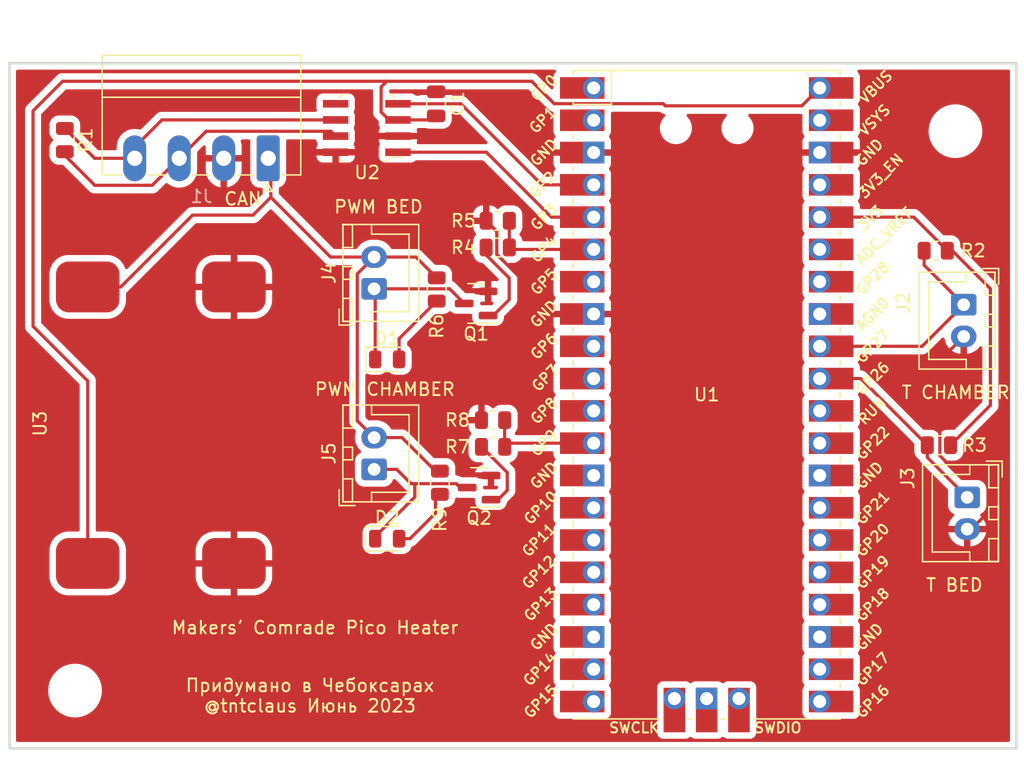
<source format=kicad_pcb>
(kicad_pcb (version 20211014) (generator pcbnew)
  (layers (0 "F.Cu" signal) (31 "B.Cu" signal) (34 "B.Paste" user) (35 "F.Paste" user) (36 "B.SilkS" user "B.Silkscreen") (37 "F.SilkS" user "F.Silkscreen") (38 "B.Mask" user) (39 "F.Mask" user) (44 "Edge.Cuts" user))
  (net 0 "")
  (net 1 "+24V")
  (net 2 "GND")
  (net 3 "+5V")
  (net 4 "+3V3")
  (net 5 "Net-(D1-Pad1)")
  (net 6 "Net-(D1-Pad2)")
  (net 7 "Net-(D2-Pad1)")
  (net 8 "Net-(D2-Pad2)")
  (net 9 "/L")
  (net 10 "/H")
  (net 11 "/T CHAMBER")
  (net 12 "/T BED")
  (net 13 "Net-(Q1-Pad1)")
  (net 14 "Net-(Q2-Pad1)")
  (net 15 "/PWM BED")
  (net 16 "/PWM CHAMBER")
  (net 17 "/CAN_TX")
  (net 18 "/CAN_RX")
  (footprint "Resistor_SMD:R_0805_2012Metric" (layer "F.Cu") (at 101.8 68.75 180)
    (fp_text reference "R3" (at -2.8 0) (layer "F.SilkS"))
    (fp_text value "4.7k")
    (fp_line (start -0.227064 0.735) (end 0.227064 0.735) (layer "F.SilkS") (width 0.12))
    (fp_line (start -0.227064 -0.735) (end 0.227064 -0.735) (layer "F.SilkS") (width 0.12))
    (pad "1" smd roundrect (at -0.9125 0 180) (size 1.025 1.4) (layers "F.Cu" "F.Paste" "F.Mask") (roundrect_rratio 0.243902) (net 4 "+3V3"))
    (pad "2" smd roundrect (at 0.9125 0 180) (size 1.025 1.4) (layers "F.Cu" "F.Paste" "F.Mask") (roundrect_rratio 0.243902) (net 12 "/T BED"))
  )
  (footprint "MCU_RaspberryPi_and_Boards:RPi_Pico_SMD_TH" (layer "F.Cu") (at 83.535 64.78)
    (fp_text reference "U1" (at 0 0) (layer "F.SilkS"))
    (fp_text value "Pico")
    (fp_text user "GND" (at -12.8 19.05 45) (layer "F.SilkS") (effects (font (size 0.8 0.8))))
    (fp_text user "SWDIO" (at 5.6 26.2) (layer "F.SilkS") (effects (font (size 0.8 0.8))))
    (fp_text user "GP4" (at -12.8 -11.43 45) (layer "F.SilkS") (effects (font (size 0.8 0.8))))
    (fp_text user "GP8" (at -12.8 1.27 45) (layer "F.SilkS") (effects (font (size 0.8 0.8))))
    (fp_text user "GP14" (at -13.1 21.59 45) (layer "F.SilkS") (effects (font (size 0.8 0.8))))
    (fp_text user "GP27" (at 13.054 -3.8 45) (layer "F.SilkS") (effects (font (size 0.8 0.8))))
    (fp_text user "ADC_VREF" (at 14 -12.5 45) (layer "F.SilkS") (effects (font (size 0.8 0.8))))
    (fp_text user "GND" (at -12.8 -6.35 45) (layer "F.SilkS") (effects (font (size 0.8 0.8))))
    (fp_text user "GP18" (at 13.054 16.51 45) (layer "F.SilkS") (effects (font (size 0.8 0.8))))
    (fp_text user "GP3" (at -12.8 -13.97 45) (layer "F.SilkS") (effects (font (size 0.8 0.8))))
    (fp_text user "RUN" (at 13 1.27 45) (layer "F.SilkS") (effects (font (size 0.8 0.8))))
    (fp_text user "GP26" (at 13.054 -1.27 45) (layer "F.SilkS") (effects (font (size 0.8 0.8))))
    (fp_text user "GND" (at 12.8 19.05 45) (layer "F.SilkS") (effects (font (size 0.8 0.8))))
    (fp_text user "GND" (at 12.8 -19.05 45) (layer "F.SilkS") (effects (font (size 0.8 0.8))))
    (fp_text user "GP2" (at -12.9 -16.51 45) (layer "F.SilkS") (effects (font (size 0.8 0.8))))
    (fp_text user "GP12" (at -13.2 13.97 45) (layer "F.SilkS") (effects (font (size 0.8 0.8))))
    (fp_text user "GP22" (at 13.054 3.81 45) (layer "F.SilkS") (effects (font (size 0.8 0.8))))
    (fp_text user "GP6" (at -12.8 -3.81 45) (layer "F.SilkS") (effects (font (size 0.8 0.8))))
    (fp_text user "GP7" (at -12.7 -1.3 45) (layer "F.SilkS") (effects (font (size 0.8 0.8))))
    (fp_text user "GP0" (at -12.8 -24.13 45) (layer "F.SilkS") (effects (font (size 0.8 0.8))))
    (fp_text user "GP19" (at 13.054 13.97 45) (layer "F.SilkS") (effects (font (size 0.8 0.8))))
    (fp_text user "GP9" (at -12.8 3.81 45) (layer "F.SilkS") (effects (font (size 0.8 0.8))))
    (fp_text user "GP10" (at -13.054 8.89 45) (layer "F.SilkS") (effects (font (size 0.8 0.8))))
    (fp_text user "3V3_EN" (at 13.7 -17.2 45) (layer "F.SilkS") (effects (font (size 0.8 0.8))))
    (fp_text user "SWCLK" (at -5.7 26.2) (layer "F.SilkS") (effects (font (size 0.8 0.8))))
    (fp_text user "VBUS" (at 13.3 -24.2 45) (layer "F.SilkS") (effects (font (size 0.8 0.8))))
    (fp_text user "GP15" (at -13.054 24.13 45) (layer "F.SilkS") (effects (font (size 0.8 0.8))))
    (fp_text user "GP1" (at -12.9 -21.6 45) (layer "F.SilkS") (effects (font (size 0.8 0.8))))
    (fp_text user "3V3" (at 12.9 -13.9 45) (layer "F.SilkS") (effects (font (size 0.8 0.8))))
    (fp_text user "GP13" (at -13.054 16.51 45) (layer "F.SilkS") (effects (font (size 0.8 0.8))))
    (fp_text user "GP11" (at -13.2 11.43 45) (layer "F.SilkS") (effects (font (size 0.8 0.8))))
    (fp_text user "GP5" (at -12.8 -8.89 45) (layer "F.SilkS") (effects (font (size 0.8 0.8))))
    (fp_text user "GP21" (at 13.054 8.9 45) (layer "F.SilkS") (effects (font (size 0.8 0.8))))
    (fp_text user "GP20" (at 13.054 11.43 45) (layer "F.SilkS") (effects (font (size 0.8 0.8))))
    (fp_text user "GP17" (at 13.054 21.59 45) (layer "F.SilkS") (effects (font (size 0.8 0.8))))
    (fp_text user "GP16" (at 13.054 24.13 45) (layer "F.SilkS") (effects (font (size 0.8 0.8))))
    (fp_text user "GP28" (at 13.054 -9.144 45) (layer "F.SilkS") (effects (font (size 0.8 0.8))))
    (fp_text user "GND" (at 12.8 6.35 45) (layer "F.SilkS") (effects (font (size 0.8 0.8))))
    (fp_text user "GND" (at -12.8 -19.05 45) (layer "F.SilkS") (effects (font (size 0.8 0.8))))
    (fp_text user "GND" (at -12.8 6.35 45) (layer "F.SilkS") (effects (font (size 0.8 0.8))))
    (fp_text user "AGND" (at 13.054 -6.35 45) (layer "F.SilkS") (effects (font (size 0.8 0.8))))
    (fp_text user "VSYS" (at 13.2 -21.59 45) (layer "F.SilkS") (effects (font (size 0.8 0.8))))
    (fp_line (start -1.5 25.5) (end -1.1 25.5) (layer "F.SilkS") (width 0.12))
    (fp_line (start -10.5 22.7) (end -10.5 23.1) (layer "F.SilkS") (width 0.12))
    (fp_line (start 10.5 -2.7) (end 10.5 -2.3) (layer "F.SilkS") (width 0.12))
    (fp_line (start -10.5 -25.5) (end -10.5 -25.2) (layer "F.SilkS") (width 0.12))
    (fp_line (start 10.5 4.9) (end 10.5 5.3) (layer "F.SilkS") (width 0.12))
    (fp_line (start 1.1 25.5) (end 1.5 25.5) (layer "F.SilkS") (width 0.12))
    (fp_line (start 10.5 -25.5) (end 10.5 -25.2) (layer "F.SilkS") (width 0.12))
    (fp_line (start -10.5 -5.3) (end -10.5 -4.9) (layer "F.SilkS") (width 0.12))
    (fp_line (start -10.5 10) (end -10.5 10.4) (layer "F.SilkS") (width 0.12))
    (fp_line (start 10.5 -12.9) (end 10.5 -12.5) (layer "F.SilkS") (width 0.12))
    (fp_line (start -3.7 25.5) (end -10.5 25.5) (layer "F.SilkS") (width 0.12))
    (fp_line (start 10.5 -7.8) (end 10.5 -7.4) (layer "F.SilkS") (width 0.12))
    (fp_line (start -10.5 -22.833) (end -7.493 -22.833) (layer "F.SilkS") (width 0.12))
    (fp_line (start 10.5 12.5) (end 10.5 12.9) (layer "F.SilkS") (width 0.12))
    (fp_line (start -10.5 -25.5) (end 10.5 -25.5) (layer "F.SilkS") (width 0.12))
    (fp_line (start -10.5 20.1) (end -10.5 20.5) (layer "F.SilkS") (width 0.12))
    (fp_line (start 10.5 10) (end 10.5 10.4) (layer "F.SilkS") (width 0.12))
    (fp_line (start 10.5 7.4) (end 10.5 7.8) (layer "F.SilkS") (width 0.12))
    (fp_line (start 10.5 15.1) (end 10.5 15.5) (layer "F.SilkS") (width 0.12))
    (fp_line (start -10.5 -20.5) (end -10.5 -20.1) (layer "F.SilkS") (width 0.12))
    (fp_line (start -10.5 15.1) (end -10.5 15.5) (layer "F.SilkS") (width 0.12))
    (fp_line (start 10.5 17.6) (end 10.5 18) (layer "F.SilkS") (width 0.12))
    (fp_line (start -10.5 17.6) (end -10.5 18) (layer "F.SilkS") (width 0.12))
    (fp_line (start -10.5 7.4) (end -10.5 7.8) (layer "F.SilkS") (width 0.12))
    (fp_line (start 10.5 -5.3) (end 10.5 -4.9) (layer "F.SilkS") (width 0.12))
    (fp_line (start 10.5 20.1) (end 10.5 20.5) (layer "F.SilkS") (width 0.12))
    (fp_line (start 10.5 22.7) (end 10.5 23.1) (layer "F.SilkS") (width 0.12))
    (fp_line (start 10.5 -18) (end 10.5 -17.6) (layer "F.SilkS") (width 0.12))
    (fp_line (start 10.5 -15.4) (end 10.5 -15) (layer "F.SilkS") (width 0.12))
    (fp_line (start -10.5 -23.1) (end -10.5 -22.7) (layer "F.SilkS") (width 0.12))
    (fp_line (start -10.5 -12.9) (end -10.5 -12.5) (layer "F.SilkS") (width 0.12))
    (fp_line (start -10.5 -2.7) (end -10.5 -2.3) (layer "F.SilkS") (width 0.12))
    (fp_line (start -10.5 -18) (end -10.5 -17.6) (layer "F.SilkS") (width 0.12))
    (fp_line (start -10.5 -10.4) (end -10.5 -10) (layer "F.SilkS") (width 0.12))
    (fp_line (start -10.5 -15.4) (end -10.5 -15) (layer "F.SilkS") (width 0.12))
    (fp_line (start 10.5 -10.4) (end 10.5 -10) (layer "F.SilkS") (width 0.12))
    (fp_line (start 10.5 -0.2) (end 10.5 0.2) (layer "F.SilkS") (width 0.12))
    (fp_line (start -10.5 12.5) (end -10.5 12.9) (layer "F.SilkS") (width 0.12))
    (fp_line (start 10.5 -20.5) (end 10.5 -20.1) (layer "F.SilkS") (width 0.12))
    (fp_line (start 10.5 25.5) (end 3.7 25.5) (layer "F.SilkS") (width 0.12))
    (fp_line (start -10.5 2.3) (end -10.5 2.7) (layer "F.SilkS") (width 0.12))
    (fp_line (start 10.5 -23.1) (end 10.5 -22.7) (layer "F.SilkS") (width 0.12))
    (fp_line (start -7.493 -22.833) (end -7.493 -25.5) (layer "F.SilkS") (width 0.12))
    (fp_line (start -10.5 4.9) (end -10.5 5.3) (layer "F.SilkS") (width 0.12))
    (fp_line (start -10.5 -0.2) (end -10.5 0.2) (layer "F.SilkS") (width 0.12))
    (fp_line (start 10.5 2.3) (end 10.5 2.7) (layer "F.SilkS") (width 0.12))
    (fp_line (start -10.5 -7.8) (end -10.5 -7.4) (layer "F.SilkS") (width 0.12))
    (pad "" np_thru_hole oval (at -2.425 -20.97) (size 1.5 1.5) (drill 1.5) (layers *.Cu *.Mask))
    (pad "" np_thru_hole oval (at 2.425 -20.97) (size 1.5 1.5) (drill 1.5) (layers *.Cu *.Mask))
    (pad "" np_thru_hole oval (at -2.725 -24) (size 1.8 1.8) (drill 1.8) (layers *.Cu *.Mask))
    (pad "" np_thru_hole oval (at 2.725 -24) (size 1.8 1.8) (drill 1.8) (layers *.Cu *.Mask))
    (pad "1" thru_hole oval (at -8.89 -24.13) (size 1.7 1.7) (drill 1.02) (layers *.Cu *.Mask))
    (pad "1" smd rect (at -8.89 -24.13) (size 3.5 1.7) (drill (offset -0.9 0)) (layers "F.Cu" "F.Mask"))
    (pad "2" smd rect (at -8.89 -21.59) (size 3.5 1.7) (drill (offset -0.9 0)) (layers "F.Cu" "F.Mask"))
    (pad "2" thru_hole oval (at -8.89 -21.59) (size 1.7 1.7) (drill 1.02) (layers *.Cu *.Mask))
    (pad "3" thru_hole rect (at -8.89 -19.05) (size 1.7 1.7) (drill 1.02) (layers *.Cu *.Mask) (net 2 "GND"))
    (pad "3" smd rect (at -8.89 -19.05) (size 3.5 1.7) (drill (offset -0.9 0)) (layers "F.Cu" "F.Mask") (net 2 "GND"))
    (pad "4" smd rect (at -8.89 -16.51) (size 3.5 1.7) (drill (offset -0.9 0)) (layers "F.Cu" "F.Mask") (net 18 "/CAN_RX"))
    (pad "4" thru_hole oval (at -8.89 -16.51) (size 1.7 1.7) (drill 1.02) (layers *.Cu *.Mask) (net 18 "/CAN_RX"))
    (pad "5" thru_hole oval (at -8.89 -13.97) (size 1.7 1.7) (drill 1.02) (layers *.Cu *.Mask) (net 17 "/CAN_TX"))
    (pad "5" smd rect (at -8.89 -13.97) (size 3.5 1.7) (drill (offset -0.9 0)) (layers "F.Cu" "F.Mask") (net 17 "/CAN_TX"))
    (pad "6" smd rect (at -8.89 -11.43) (size 3.5 1.7) (drill (offset -0.9 0)) (layers "F.Cu" "F.Mask") (net 15 "/PWM BED"))
    (pad "6" thru_hole oval (at -8.89 -11.43) (size 1.7 1.7) (drill 1.02) (layers *.Cu *.Mask) (net 15 "/PWM BED"))
    (pad "7" smd rect (at -8.89 -8.89) (size 3.5 1.7) (drill (offset -0.9 0)) (layers "F.Cu" "F.Mask"))
    (pad "7" thru_hole oval (at -8.89 -8.89) (size 1.7 1.7) (drill 1.02) (layers *.Cu *.Mask))
    (pad "8" smd rect (at -8.89 -6.35) (size 3.5 1.7) (drill (offset -0.9 0)) (layers "F.Cu" "F.Mask") (net 2 "GND"))
    (pad "8" thru_hole rect (at -8.89 -6.35) (size 1.7 1.7) (drill 1.02) (layers *.Cu *.Mask) (net 2 "GND"))
    (pad "9" thru_hole oval (at -8.89 -3.81) (size 1.7 1.7) (drill 1.02) (layers *.Cu *.Mask))
    (pad "9" smd rect (at -8.89 -3.81) (size 3.5 1.7) (drill (offset -0.9 0)) (layers "F.Cu" "F.Mask"))
    (pad "10" smd rect (at -8.89 -1.27) (size 3.5 1.7) (drill (offset -0.9 0)) (layers "F.Cu" "F.Mask"))
    (pad "10" thru_hole oval (at -8.89 -1.27) (size 1.7 1.7) (drill 1.02) (layers *.Cu *.Mask))
    (pad "11" smd rect (at -8.89 1.27) (size 3.5 1.7) (drill (offset -0.9 0)) (layers "F.Cu" "F.Mask"))
    (pad "11" thru_hole oval (at -8.89 1.27) (size 1.7 1.7) (drill 1.02) (layers *.Cu *.Mask))
    (pad "12" thru_hole oval (at -8.89 3.81) (size 1.7 1.7) (drill 1.02) (layers *.Cu *.Mask) (net 16 "/PWM CHAMBER"))
    (pad "12" smd rect (at -8.89 3.81) (size 3.5 1.7) (drill (offset -0.9 0)) (layers "F.Cu" "F.Mask") (net 16 "/PWM CHAMBER"))
    (pad "13" smd rect (at -8.89 6.35) (size 3.5 1.7) (drill (offset -0.9 0)) (layers "F.Cu" "F.Mask"))
    (pad "13" thru_hole rect (at -8.89 6.35) (size 1.7 1.7) (drill 1.02) (layers *.Cu *.Mask))
    (pad "14" smd rect (at -8.89 8.89) (size 3.5 1.7) (drill (offset -0.9 0)) (layers "F.Cu" "F.Mask"))
    (pad "14" thru_hole oval (at -8.89 8.89) (size 1.7 1.7) (drill 1.02) (layers *.Cu *.Mask))
    (pad "15" smd rect (at -8.89 11.43) (size 3.5 1.7) (drill (offset -0.9 0)) (layers "F.Cu" "F.Mask"))
    (pad "15" thru_hole oval (at -8.89 11.43) (size 1.7 1.7) (drill 1.02) (layers *.Cu *.Mask))
    (pad "16" smd rect (at -8.89 13.97) (size 3.5 1.7) (drill (offset -0.9 0)) (layers "F.Cu" "F.Mask"))
    (pad "16" thru_hole oval (at -8.89 13.97) (size 1.7 1.7) (drill 1.02) (layers *.Cu *.Mask))
    (pad "17" thru_hole oval (at -8.89 16.51) (size 1.7 1.7) (drill 1.02) (layers *.Cu *.Mask))
    (pad "17" smd rect (at -8.89 16.51) (size 3.5 1.7) (drill (offset -0.9 0)) (layers "F.Cu" "F.Mask"))
    (pad "18" thru_hole rect (at -8.89 19.05) (size 1.7 1.7) (drill 1.02) (layers *.Cu *.Mask))
    (pad "18" smd rect (at -8.89 19.05) (size 3.5 1.7) (drill (offset -0.9 0)) (layers "F.Cu" "F.Mask"))
    (pad "19" thru_hole oval (at -8.89 21.59) (size 1.7 1.7) (drill 1.02) (layers *.Cu *.Mask))
    (pad "19" smd rect (at -8.89 21.59) (size 3.5 1.7) (drill (offset -0.9 0)) (layers "F.Cu" "F.Mask"))
    (pad "20" thru_hole oval (at -8.89 24.13) (size 1.7 1.7) (drill 1.02) (layers *.Cu *.Mask))
    (pad "20" smd rect (at -8.89 24.13) (size 3.5 1.7) (drill (offset -0.9 0)) (layers "F.Cu" "F.Mask"))
    (pad "21" smd rect (at 8.89 24.13) (size 3.5 1.7) (drill (offset 0.9 0)) (layers "F.Cu" "F.Mask"))
    (pad "21" thru_hole oval (at 8.89 24.13) (size 1.7 1.7) (drill 1.02) (layers *.Cu *.Mask))
    (pad "22" thru_hole oval (at 8.89 21.59) (size 1.7 1.7) (drill 1.02) (layers *.Cu *.Mask))
    (pad "22" smd rect (at 8.89 21.59) (size 3.5 1.7) (drill (offset 0.9 0)) (layers "F.Cu" "F.Mask"))
    (pad "23" thru_hole rect (at 8.89 19.05) (size 1.7 1.7) (drill 1.02) (layers *.Cu *.Mask))
    (pad "23" smd rect (at 8.89 19.05) (size 3.5 1.7) (drill (offset 0.9 0)) (layers "F.Cu" "F.Mask"))
    (pad "24" smd rect (at 8.89 16.51) (size 3.5 1.7) (drill (offset 0.9 0)) (layers "F.Cu" "F.Mask"))
    (pad "24" thru_hole oval (at 8.89 16.51) (size 1.7 1.7) (drill 1.02) (layers *.Cu *.Mask))
    (pad "25" smd rect (at 8.89 13.97) (size 3.5 1.7) (drill (offset 0.9 0)) (layers "F.Cu" "F.Mask"))
    (pad "25" thru_hole oval (at 8.89 13.97) (size 1.7 1.7) (drill 1.02) (layers *.Cu *.Mask))
    (pad "26" smd rect (at 8.89 11.43) (size 3.5 1.7) (drill (offset 0.9 0)) (layers "F.Cu" "F.Mask"))
    (pad "26" thru_hole oval (at 8.89 11.43) (size 1.7 1.7) (drill 1.02) (layers *.Cu *.Mask))
    (pad "27" thru_hole oval (at 8.89 8.89) (size 1.7 1.7) (drill 1.02) (layers *.Cu *.Mask))
    (pad "27" smd rect (at 8.89 8.89) (size 3.5 1.7) (drill (offset 0.9 0)) (layers "F.Cu" "F.Mask"))
    (pad "28" thru_hole rect (at 8.89 6.35) (size 1.7 1.7) (drill 1.02) (layers *.Cu *.Mask))
    (pad "28" smd rect (at 8.89 6.35) (size 3.5 1.7) (drill (offset 0.9 0)) (layers "F.Cu" "F.Mask"))
    (pad "29" thru_hole oval (at 8.89 3.81) (size 1.7 1.7) (drill 1.02) (layers *.Cu *.Mask))
    (pad "29" smd rect (at 8.89 3.81) (size 3.5 1.7) (drill (offset 0.9 0)) (layers "F.Cu" "F.Mask"))
    (pad "30" thru_hole oval (at 8.89 1.27) (size 1.7 1.7) (drill 1.02) (layers *.Cu *.Mask))
    (pad "30" smd rect (at 8.89 1.27) (size 3.5 1.7) (drill (offset 0.9 0)) (layers "F.Cu" "F.Mask"))
    (pad "31" thru_hole oval (at 8.89 -1.27) (size 1.7 1.7) (drill 1.02) (layers *.Cu *.Mask) (net 12 "/T BED"))
    (pad "31" smd rect (at 8.89 -1.27) (size 3.5 1.7) (drill (offset 0.9 0)) (layers "F.Cu" "F.Mask") (net 12 "/T BED"))
    (pad "32" smd rect (at 8.89 -3.81) (size 3.5 1.7) (drill (offset 0.9 0)) (layers "F.Cu" "F.Mask") (net 11 "/T CHAMBER"))
    (pad "32" thru_hole oval (at 8.89 -3.81) (size 1.7 1.7) (drill 1.02) (layers *.Cu *.Mask) (net 11 "/T CHAMBER"))
    (pad "33" smd rect (at 8.89 -6.35) (size 3.5 1.7) (drill (offset 0.9 0)) (layers "F.Cu" "F.Mask"))
    (pad "33" thru_hole rect (at 8.89 -6.35) (size 1.7 1.7) (drill 1.02) (layers *.Cu *.Mask))
    (pad "34" smd rect (at 8.89 -8.89) (size 3.5 1.7) (drill (offset 0.9 0)) (layers "F.Cu" "F.Mask"))
    (pad "34" thru_hole oval (at 8.89 -8.89) (size 1.7 1.7) (drill 1.02) (layers *.Cu *.Mask))
    (pad "35" thru_hole oval (at 8.89 -11.43) (size 1.7 1.7) (drill 1.02) (layers *.Cu *.Mask))
    (pad "35" smd rect (at 8.89 -11.43) (size 3.5 1.7) (drill (offset 0.9 0)) (layers "F.Cu" "F.Mask"))
    (pad "36" smd rect (at 8.89 -13.97) (size 3.5 1.7) (drill (offset 0.9 0)) (layers "F.Cu" "F.Mask") (net 4 "+3V3"))
    (pad "36" thru_hole oval (at 8.89 -13.97) (size 1.7 1.7) (drill 1.02) (layers *.Cu *.Mask) (net 4 "+3V3"))
    (pad "37" smd rect (at 8.89 -16.51) (size 3.5 1.7) (drill (offset 0.9 0)) (layers "F.Cu" "F.Mask"))
    (pad "37" thru_hole oval (at 8.89 -16.51) (size 1.7 1.7) (drill 1.02) (layers *.Cu *.Mask))
    (pad "38" smd rect (at 8.89 -19.05) (size 3.5 1.7) (drill (offset 0.9 0)) (layers "F.Cu" "F.Mask") (net 2 "GND"))
    (pad "38" thru_hole rect (at 8.89 -19.05) (size 1.7 1.7) (drill 1.02) (layers *.Cu *.Mask) (net 2 "GND"))
    (pad "39" smd rect (at 8.89 -21.59) (size 3.5 1.7) (drill (offset 0.9 0)) (layers "F.Cu" "F.Mask"))
    (pad "39" thru_hole oval (at 8.89 -21.59) (size 1.7 1.7) (drill 1.02) (layers *.Cu *.Mask))
    (pad "40" smd rect (at 8.89 -24.13) (size 3.5 1.7) (drill (offset 0.9 0)) (layers "F.Cu" "F.Mask") (net 3 "+5V"))
    (pad "40" thru_hole oval (at 8.89 -24.13) (size 1.7 1.7) (drill 1.02) (layers *.Cu *.Mask) (net 3 "+5V"))
    (pad "41" thru_hole oval (at -2.54 23.9) (size 1.7 1.7) (drill 1.02) (layers *.Cu *.Mask))
    (pad "41" smd rect (at -2.54 23.9 90) (size 3.5 1.7) (drill (offset -0.9 0)) (layers "F.Cu" "F.Mask"))
    (pad "42" smd rect (at 0 23.9 90) (size 3.5 1.7) (drill (offset -0.9 0)) (layers "F.Cu" "F.Mask"))
    (pad "42" thru_hole rect (at 0 23.9) (size 1.7 1.7) (drill 1.02) (layers *.Cu *.Mask))
    (pad "43" thru_hole oval (at 2.54 23.9) (size 1.7 1.7) (drill 1.02) (layers *.Cu *.Mask))
    (pad "43" smd rect (at 2.54 23.9 90) (size 3.5 1.7) (drill (offset -0.9 0)) (layers "F.Cu" "F.Mask"))
  )
  (footprint "Resistor_SMD:R_0805_2012Metric" (layer "F.Cu") (at 33.05 44.75 -90)
    (fp_text reference "R1" (at 0 -1.65 90) (layer "F.SilkS"))
    (fp_text value "120")
    (fp_line (start -0.227064 0.735) (end 0.227064 0.735) (layer "F.SilkS") (width 0.12))
    (fp_line (start -0.227064 -0.735) (end 0.227064 -0.735) (layer "F.SilkS") (width 0.12))
    (pad "1" smd roundrect (at -0.9125 0 270) (size 1.025 1.4) (layers "F.Cu" "F.Paste" "F.Mask") (roundrect_rratio 0.243902) (net 10 "/H"))
    (pad "2" smd roundrect (at 0.9125 0 270) (size 1.025 1.4) (layers "F.Cu" "F.Paste" "F.Mask") (roundrect_rratio 0.243902) (net 9 "/L"))
  )
  (footprint "Resistor_SMD:R_0805_2012Metric" (layer "F.Cu") (at 66.73149 66.78101 180)
    (fp_text reference "R8" (at 2.8 0) (layer "F.SilkS"))
    (fp_text value "4.7k")
    (fp_line (start -0.227064 -0.735) (end 0.227064 -0.735) (layer "F.SilkS") (width 0.12))
    (fp_line (start -0.227064 0.735) (end 0.227064 0.735) (layer "F.SilkS") (width 0.12))
    (pad "1" smd roundrect (at -0.9125 0 180) (size 1.025 1.4) (layers "F.Cu" "F.Paste" "F.Mask") (roundrect_rratio 0.243902) (net 16 "/PWM CHAMBER"))
    (pad "2" smd roundrect (at 0.9125 0 180) (size 1.025 1.4) (layers "F.Cu" "F.Paste" "F.Mask") (roundrect_rratio 0.243902) (net 2 "GND"))
  )
  (footprint "LED_SMD:LED_0805_2012Metric" (layer "F.Cu") (at 58.4 62)
    (fp_text reference "D1" (at 0 -1.65) (layer "F.SilkS"))
    (fp_text value "XL-2012UGC")
    (fp_line (start -1.685 0.96) (end 1 0.96) (layer "F.SilkS") (width 0.12))
    (fp_line (start -1.685 -0.96) (end -1.685 0.96) (layer "F.SilkS") (width 0.12))
    (fp_line (start 1 -0.96) (end -1.685 -0.96) (layer "F.SilkS") (width 0.12))
    (pad "1" smd roundrect (at -0.9375 0) (size 0.975 1.4) (layers "F.Cu" "F.Paste" "F.Mask") (net 5 "Net-(D1-Pad1)"))
    (pad "2" smd roundrect (at 0.9375 0) (size 0.975 1.4) (layers "F.Cu" "F.Paste" "F.Mask") (net 6 "Net-(D1-Pad2)"))
  )
  (footprint "Package_TO_SOT_SMD:SOT-23" (layer "F.Cu") (at 65.4 57.6 180)
    (fp_text reference "Q1" (at 0 -2.4) (layer "F.SilkS"))
    (fp_text value "2N7002K")
    (fp_line (start 0 -1.56) (end -1.675 -1.56) (layer "F.SilkS") (width 0.12))
    (fp_line (start 0 1.56) (end -0.65 1.56) (layer "F.SilkS") (width 0.12))
    (fp_line (start 0 1.56) (end 0.65 1.56) (layer "F.SilkS") (width 0.12))
    (fp_line (start 0 -1.56) (end 0.65 -1.56) (layer "F.SilkS") (width 0.12))
    (pad "1" smd roundrect (at -0.9375 -0.95 180) (size 1.475 0.6) (layers "F.Cu" "F.Paste" "F.Mask") (net 13 "Net-(Q1-Pad1)"))
    (pad "2" smd roundrect (at -0.9375 0.95 180) (size 1.475 0.6) (layers "F.Cu" "F.Paste" "F.Mask") (net 2 "GND"))
    (pad "3" smd roundrect (at 0.9375 0 180) (size 1.475 0.6) (layers "F.Cu" "F.Paste" "F.Mask") (net 5 "Net-(D1-Pad1)"))
  )
  (footprint "Resistor_SMD:R_0805_2012Metric" (layer "F.Cu") (at 67.1 53.2 180)
    (fp_text reference "R4" (at 2.7 0) (layer "F.SilkS"))
    (fp_text value "200")
    (fp_line (start -0.227064 0.735) (end 0.227064 0.735) (layer "F.SilkS") (width 0.12))
    (fp_line (start -0.227064 -0.735) (end 0.227064 -0.735) (layer "F.SilkS") (width 0.12))
    (pad "1" smd roundrect (at -0.9125 0 180) (size 1.025 1.4) (layers "F.Cu" "F.Paste" "F.Mask") (roundrect_rratio 0.243902) (net 15 "/PWM BED"))
    (pad "2" smd roundrect (at 0.9125 0 180) (size 1.025 1.4) (layers "F.Cu" "F.Paste" "F.Mask") (roundrect_rratio 0.243902) (net 13 "Net-(Q1-Pad1)"))
  )
  (footprint "Resistor_SMD:R_0805_2012Metric" (layer "F.Cu") (at 66.73149 68.88101 180)
    (fp_text reference "R7" (at 2.8 0) (layer "F.SilkS"))
    (fp_text value "200")
    (fp_line (start -0.227064 -0.735) (end 0.227064 -0.735) (layer "F.SilkS") (width 0.12))
    (fp_line (start -0.227064 0.735) (end 0.227064 0.735) (layer "F.SilkS") (width 0.12))
    (pad "1" smd roundrect (at -0.9125 0 180) (size 1.025 1.4) (layers "F.Cu" "F.Paste" "F.Mask") (roundrect_rratio 0.243902) (net 16 "/PWM CHAMBER"))
    (pad "2" smd roundrect (at 0.9125 0 180) (size 1.025 1.4) (layers "F.Cu" "F.Paste" "F.Mask") (roundrect_rratio 0.243902) (net 14 "Net-(Q2-Pad1)"))
  )
  (footprint "Resistor_SMD:R_0805_2012Metric" (layer "F.Cu") (at 67.1 51.1 180)
    (fp_text reference "R5" (at 2.7 0) (layer "F.SilkS"))
    (fp_text value "4.7k")
    (fp_line (start -0.227064 0.735) (end 0.227064 0.735) (layer "F.SilkS") (width 0.12))
    (fp_line (start -0.227064 -0.735) (end 0.227064 -0.735) (layer "F.SilkS") (width 0.12))
    (pad "1" smd roundrect (at -0.9125 0 180) (size 1.025 1.4) (layers "F.Cu" "F.Paste" "F.Mask") (roundrect_rratio 0.243902) (net 15 "/PWM BED"))
    (pad "2" smd roundrect (at 0.9125 0 180) (size 1.025 1.4) (layers "F.Cu" "F.Paste" "F.Mask") (roundrect_rratio 0.243902) (net 2 "GND"))
  )
  (footprint "Resistor_SMD:R_0805_2012Metric" (layer "F.Cu") (at 62.3 56.5 90)
    (fp_text reference "R6" (at -2.9 0 90) (layer "F.SilkS"))
    (fp_text value "4.7k" hide)
    (fp_line (start -0.227064 -0.735) (end 0.227064 -0.735) (layer "F.SilkS") (width 0.12))
    (fp_line (start -0.227064 0.735) (end 0.227064 0.735) (layer "F.SilkS") (width 0.12))
    (pad "1" smd roundrect (at -0.9125 0 90) (size 1.025 1.4) (layers "F.Cu" "F.Paste" "F.Mask") (roundrect_rratio 0.243902) (net 6 "Net-(D1-Pad2)"))
    (pad "2" smd roundrect (at 0.9125 0 90) (size 1.025 1.4) (layers "F.Cu" "F.Paste" "F.Mask") (roundrect_rratio 0.243902) (net 1 "+24V"))
  )
  (footprint "Resistor_SMD:R_0805_2012Metric" (layer "F.Cu") (at 101.55 53.45 180)
    (fp_text reference "R2" (at -2.95 0) (layer "F.SilkS"))
    (fp_text value "4.7k")
    (fp_line (start -0.227064 -0.735) (end 0.227064 -0.735) (layer "F.SilkS") (width 0.12))
    (fp_line (start -0.227064 0.735) (end 0.227064 0.735) (layer "F.SilkS") (width 0.12))
    (pad "1" smd roundrect (at -0.9125 0 180) (size 1.025 1.4) (layers "F.Cu" "F.Paste" "F.Mask") (roundrect_rratio 0.243902) (net 4 "+3V3"))
    (pad "2" smd roundrect (at 0.9125 0 180) (size 1.025 1.4) (layers "F.Cu" "F.Paste" "F.Mask") (roundrect_rratio 0.243902) (net 11 "/T CHAMBER"))
  )
  (footprint "Power Modules:MP1584EN" (layer "F.Cu") (at 40.6 67.05 90)
    (fp_text reference "U3" (at 0 -9.5 90 unlocked) (layer "F.SilkS"))
    (fp_text value "MP1584EN 5V")
    (pad "1" smd roundrect (at -11 -5.75 90) (size 4 5) (layers "F.Cu" "F.Paste" "F.Mask") (net 3 "+5V"))
    (pad "2" smd roundrect (at -11 5.75 90) (size 4 5) (layers "F.Cu" "F.Paste" "F.Mask") (net 2 "GND"))
    (pad "3" smd roundrect (at 10.75 -5.75 90) (size 4 5) (layers "F.Cu" "F.Paste" "F.Mask") (net 1 "+24V"))
    (pad "4" smd roundrect (at 10.75 5.75 90) (size 4 5) (layers "F.Cu" "F.Paste" "F.Mask") (net 2 "GND"))
  )
  (footprint "Connector_JST:JST_XH_B2B-XH-A_1x02_P2.50mm_Vertical" (layer "F.Cu") (at 103.75 57.7 -90)
    (fp_text reference "J2" (at -0.15 4.75 90) (layer "F.SilkS"))
    (fp_text value "T CHAMBER " (at 6.9 0.25 180) (layer "F.SilkS"))
    (fp_line (start -0.75 -1.7) (end -0.75 -2.45) (layer "F.SilkS") (width 0.12))
    (fp_line (start 3.25 -2.45) (end 3.25 -1.7) (layer "F.SilkS") (width 0.12))
    (fp_line (start 5.05 -0.2) (end 4.3 -0.2) (layer "F.SilkS") (width 0.12))
    (fp_line (start 1.75 -2.45) (end 0.75 -2.45) (layer "F.SilkS") (width 0.12))
    (fp_line (start -2.56 -2.46) (end -2.56 3.51) (layer "F.SilkS") (width 0.12))
    (fp_line (start -2.55 -0.2) (end -1.8 -0.2) (layer "F.SilkS") (width 0.12))
    (fp_line (start -2.85 -2.75) (end -2.85 -1.5) (layer "F.SilkS") (width 0.12))
    (fp_line (start 0.75 -1.7) (end 1.75 -1.7) (layer "F.SilkS") (width 0.12))
    (fp_line (start -0.75 -2.45) (end -2.55 -2.45) (layer "F.SilkS") (width 0.12))
    (fp_line (start 4.3 2.75) (end 1.25 2.75) (layer "F.SilkS") (width 0.12))
    (fp_line (start 5.05 -1.7) (end 5.05 -2.45) (layer "F.SilkS") (width 0.12))
    (fp_line (start -2.55 -2.45) (end -2.55 -1.7) (layer "F.SilkS") (width 0.12))
    (fp_line (start 5.05 -2.45) (end 3.25 -2.45) (layer "F.SilkS") (width 0.12))
    (fp_line (start 5.06 -2.46) (end -2.56 -2.46) (layer "F.SilkS") (width 0.12))
    (fp_line (start 1.75 -1.7) (end 1.75 -2.45) (layer "F.SilkS") (width 0.12))
    (fp_line (start -2.56 3.51) (end 5.06 3.51) (layer "F.SilkS") (width 0.12))
    (fp_line (start 3.25 -1.7) (end 5.05 -1.7) (layer "F.SilkS") (width 0.12))
    (fp_line (start -1.6 -2.75) (end -2.85 -2.75) (layer "F.SilkS") (width 0.12))
    (fp_line (start 4.3 -0.2) (end 4.3 2.75) (layer "F.SilkS") (width 0.12))
    (fp_line (start 0.75 -2.45) (end 0.75 -1.7) (layer "F.SilkS") (width 0.12))
    (fp_line (start -1.8 2.75) (end 1.25 2.75) (layer "F.SilkS") (width 0.12))
    (fp_line (start -1.8 -0.2) (end -1.8 2.75) (layer "F.SilkS") (width 0.12))
    (fp_line (start 5.06 3.51) (end 5.06 -2.46) (layer "F.SilkS") (width 0.12))
    (fp_line (start -2.55 -1.7) (end -0.75 -1.7) (layer "F.SilkS") (width 0.12))
    (pad "1" thru_hole roundrect (at 0 0 270) (size 1.7 2) (drill 1) (layers *.Cu *.Mask) (roundrect_rratio 0.147059) (net 11 "/T CHAMBER"))
    (pad "2" thru_hole oval (at 2.5 0 270) (size 1.7 2) (drill 1) (layers *.Cu *.Mask) (net 2 "GND"))
  )
  (footprint "Connector_JST:JST_XH_B2B-XH-A_1x02_P2.50mm_Vertical" (layer "F.Cu") (at 104.025 72.85 -90)
    (fp_text reference "J3" (at -1.5 4.675 90) (layer "F.SilkS"))
    (fp_text value "T BED " (at 6.9 0.625 180) (layer "F.SilkS"))
    (fp_line (start 3.25 -2.45) (end 3.25 -1.7) (layer "F.SilkS") (width 0.12))
    (fp_line (start -0.75 -1.7) (end -0.75 -2.45) (layer "F.SilkS") (width 0.12))
    (fp_line (start -1.8 2.75) (end 1.25 2.75) (layer "F.SilkS") (width 0.12))
    (fp_line (start 0.75 -2.45) (end 0.75 -1.7) (layer "F.SilkS") (width 0.12))
    (fp_line (start -2.55 -1.7) (end -0.75 -1.7) (layer "F.SilkS") (width 0.12))
    (fp_line (start 4.3 -0.2) (end 4.3 2.75) (layer "F.SilkS") (width 0.12))
    (fp_line (start -2.55 -0.2) (end -1.8 -0.2) (layer "F.SilkS") (width 0.12))
    (fp_line (start 5.05 -1.7) (end 5.05 -2.45) (layer "F.SilkS") (width 0.12))
    (fp_line (start 3.25 -1.7) (end 5.05 -1.7) (layer "F.SilkS") (width 0.12))
    (fp_line (start 0.75 -1.7) (end 1.75 -1.7) (layer "F.SilkS") (width 0.12))
    (fp_line (start 1.75 -2.45) (end 0.75 -2.45) (layer "F.SilkS") (width 0.12))
    (fp_line (start -0.75 -2.45) (end -2.55 -2.45) (layer "F.SilkS") (width 0.12))
    (fp_line (start -1.8 -0.2) (end -1.8 2.75) (layer "F.SilkS") (width 0.12))
    (fp_line (start 5.06 3.51) (end 5.06 -2.46) (layer "F.SilkS") (width 0.12))
    (fp_line (start -2.85 -2.75) (end -2.85 -1.5) (layer "F.SilkS") (width 0.12))
    (fp_line (start -1.6 -2.75) (end -2.85 -2.75) (layer "F.SilkS") (width 0.12))
    (fp_line (start 4.3 2.75) (end 1.25 2.75) (layer "F.SilkS") (width 0.12))
    (fp_line (start -2.56 3.51) (end 5.06 3.51) (layer "F.SilkS") (width 0.12))
    (fp_line (start 1.75 -1.7) (end 1.75 -2.45) (layer "F.SilkS") (width 0.12))
    (fp_line (start 5.06 -2.46) (end -2.56 -2.46) (layer "F.SilkS") (width 0.12))
    (fp_line (start 5.05 -2.45) (end 3.25 -2.45) (layer "F.SilkS") (width 0.12))
    (fp_line (start -2.55 -2.45) (end -2.55 -1.7) (layer "F.SilkS") (width 0.12))
    (fp_line (start 5.05 -0.2) (end 4.3 -0.2) (layer "F.SilkS") (width 0.12))
    (fp_line (start -2.56 -2.46) (end -2.56 3.51) (layer "F.SilkS") (width 0.12))
    (pad "1" thru_hole roundrect (at 0 0 270) (size 1.7 2) (drill 1) (layers *.Cu *.Mask) (roundrect_rratio 0.147059) (net 12 "/T BED"))
    (pad "2" thru_hole oval (at 2.5 0 270) (size 1.7 2) (drill 1) (layers *.Cu *.Mask) (net 2 "GND"))
  )
  (footprint "Capacitor_SMD:C_0805_2012Metric" (layer "F.Cu") (at 62.25 41.9 -90)
    (fp_text reference "C1" (at 0 -1.68 90) (layer "F.SilkS"))
    (fp_text value "0.1µF")
    (fp_line (start -0.261252 0.735) (end 0.261252 0.735) (layer "F.SilkS") (width 0.12))
    (fp_line (start -0.261252 -0.735) (end 0.261252 -0.735) (layer "F.SilkS") (width 0.12))
    (pad "1" smd roundrect (at -0.95 0 270) (size 1 1.45) (layers "F.Cu" "F.Paste" "F.Mask") (net 2 "GND"))
    (pad "2" smd roundrect (at 0.95 0 270) (size 1 1.45) (layers "F.Cu" "F.Paste" "F.Mask") (net 3 "+5V"))
  )
  (footprint "MountingHole:MountingHole_3.2mm_M3_DIN965" (layer "F.Cu") (at 103.1 44.05)
    (fp_text reference "H1")
    (fp_text value "MountingHole")
    (pad "" np_thru_hole circle (at 0 0) (size 3.2 3.2) (drill 3.2) (layers *.Cu *.Mask))
  )
  (footprint "Connector_JST:JST_XH_B2B-XH-A_1x02_P2.50mm_Vertical" (layer "F.Cu") (at 57.375 56.45 90)
    (fp_text reference "J4" (at 1.25 -3.55 90) (layer "F.SilkS"))
    (fp_text value "PWM BED " (at 6.45 0.725 180) (layer "F.SilkS"))
    (fp_line (start -2.85 -2.75) (end -2.85 -1.5) (layer "F.SilkS") (width 0.12))
    (fp_line (start 1.75 -1.7) (end 1.75 -2.45) (layer "F.SilkS") (width 0.12))
    (fp_line (start 4.3 2.75) (end 1.25 2.75) (layer "F.SilkS") (width 0.12))
    (fp_line (start 5.05 -1.7) (end 5.05 -2.45) (layer "F.SilkS") (width 0.12))
    (fp_line (start 4.3 -0.2) (end 4.3 2.75) (layer "F.SilkS") (width 0.12))
    (fp_line (start -2.56 3.51) (end 5.06 3.51) (layer "F.SilkS") (width 0.12))
    (fp_line (start 5.06 3.51) (end 5.06 -2.46) (layer "F.SilkS") (width 0.12))
    (fp_line (start 5.05 -0.2) (end 4.3 -0.2) (layer "F.SilkS") (width 0.12))
    (fp_line (start -2.56 -2.46) (end -2.56 3.51) (layer "F.SilkS") (width 0.12))
    (fp_line (start 5.05 -2.45) (end 3.25 -2.45) (layer "F.SilkS") (width 0.12))
    (fp_line (start 0.75 -1.7) (end 1.75 -1.7) (layer "F.SilkS") (width 0.12))
    (fp_line (start -2.55 -2.45) (end -2.55 -1.7) (layer "F.SilkS") (width 0.12))
    (fp_line (start -0.75 -2.45) (end -2.55 -2.45) (layer "F.SilkS") (width 0.12))
    (fp_line (start -1.6 -2.75) (end -2.85 -2.75) (layer "F.SilkS") (width 0.12))
    (fp_line (start -2.55 -1.7) (end -0.75 -1.7) (layer "F.SilkS") (width 0.12))
    (fp_line (start 1.75 -2.45) (end 0.75 -2.45) (layer "F.SilkS") (width 0.12))
    (fp_line (start -0.75 -1.7) (end -0.75 -2.45) (layer "F.SilkS") (width 0.12))
    (fp_line (start 3.25 -2.45) (end 3.25 -1.7) (layer "F.SilkS") (width 0.12))
    (fp_line (start -1.8 -0.2) (end -1.8 2.75) (layer "F.SilkS") (width 0.12))
    (fp_line (start 0.75 -2.45) (end 0.75 -1.7) (layer "F.SilkS") (width 0.12))
    (fp_line (start 3.25 -1.7) (end 5.05 -1.7) (layer "F.SilkS") (width 0.12))
    (fp_line (start -2.55 -0.2) (end -1.8 -0.2) (layer "F.SilkS") (width 0.12))
    (fp_line (start 5.06 -2.46) (end -2.56 -2.46) (layer "F.SilkS") (width 0.12))
    (fp_line (start -1.8 2.75) (end 1.25 2.75) (layer "F.SilkS") (width 0.12))
    (pad "1" thru_hole roundrect (at 0 0 90) (size 1.7 2) (drill 1) (layers *.Cu *.Mask) (roundrect_rratio 0.147059) (net 5 "Net-(D1-Pad1)"))
    (pad "2" thru_hole oval (at 2.5 0 90) (size 1.7 2) (drill 1) (layers *.Cu *.Mask) (net 1 "+24V"))
  )
  (footprint "MountingHole:MountingHole_3.2mm_M3_DIN965" (layer "F.Cu") (at 33.85 88.05)
    (fp_text reference "H2")
    (fp_text value "MountingHole")
    (pad "" np_thru_hole circle (at 0 0) (size 3.2 3.2) (drill 3.2) (layers *.Cu *.Mask))
  )
  (footprint "Package_TO_SOT_SMD:SOT-23" (layer "F.Cu") (at 65.63149 72.08101 180)
    (fp_text reference "Q2" (at 0 -2.4) (layer "F.SilkS"))
    (fp_text value "2N7002K")
    (fp_line (start 0 1.56) (end -0.65 1.56) (layer "F.SilkS") (width 0.12))
    (fp_line (start 0 1.56) (end 0.65 1.56) (layer "F.SilkS") (width 0.12))
    (fp_line (start 0 -1.56) (end 0.65 -1.56) (layer "F.SilkS") (width 0.12))
    (fp_line (start 0 -1.56) (end -1.675 -1.56) (layer "F.SilkS") (width 0.12))
    (pad "1" smd roundrect (at -0.9375 -0.95 180) (size 1.475 0.6) (layers "F.Cu" "F.Paste" "F.Mask") (net 14 "Net-(Q2-Pad1)"))
    (pad "2" smd roundrect (at -0.9375 0.95 180) (size 1.475 0.6) (layers "F.Cu" "F.Paste" "F.Mask") (net 2 "GND"))
    (pad "3" smd roundrect (at 0.9375 0 180) (size 1.475 0.6) (layers "F.Cu" "F.Paste" "F.Mask") (net 7 "Net-(D2-Pad1)"))
  )
  (footprint "Resistor_SMD:R_0805_2012Metric" (layer "F.Cu") (at 62.55 71.7 90)
    (fp_text reference "R9" (at -2.9 0 90) (layer "F.SilkS"))
    (fp_text value "4.7k")
    (fp_line (start -0.227064 -0.735) (end 0.227064 -0.735) (layer "F.SilkS") (width 0.12))
    (fp_line (start -0.227064 0.735) (end 0.227064 0.735) (layer "F.SilkS") (width 0.12))
    (pad "1" smd roundrect (at -0.9125 0 90) (size 1.025 1.4) (layers "F.Cu" "F.Paste" "F.Mask") (roundrect_rratio 0.243902) (net 8 "Net-(D2-Pad2)"))
    (pad "2" smd roundrect (at 0.9125 0 90) (size 1.025 1.4) (layers "F.Cu" "F.Paste" "F.Mask") (roundrect_rratio 0.243902) (net 1 "+24V"))
  )
  (footprint "Connector_JST:JST_XH_B2B-XH-A_1x02_P2.50mm_Vertical" (layer "F.Cu") (at 57.375 70.65 90)
    (fp_text reference "J5" (at 1.25 -3.55 90) (layer "F.SilkS"))
    (fp_text value "PWM CHAMBER " (at 6.3 1.225 180) (layer "F.SilkS"))
    (fp_line (start -0.75 -1.7) (end -0.75 -2.45) (layer "F.SilkS") (width 0.12))
    (fp_line (start 3.25 -2.45) (end 3.25 -1.7) (layer "F.SilkS") (width 0.12))
    (fp_line (start 0.75 -2.45) (end 0.75 -1.7) (layer "F.SilkS") (width 0.12))
    (fp_line (start -2.56 -2.46) (end -2.56 3.51) (layer "F.SilkS") (width 0.12))
    (fp_line (start -1.8 -0.2) (end -1.8 2.75) (layer "F.SilkS") (width 0.12))
    (fp_line (start 5.05 -0.2) (end 4.3 -0.2) (layer "F.SilkS") (width 0.12))
    (fp_line (start -2.55 -0.2) (end -1.8 -0.2) (layer "F.SilkS") (width 0.12))
    (fp_line (start -2.56 3.51) (end 5.06 3.51) (layer "F.SilkS") (width 0.12))
    (fp_line (start 5.06 -2.46) (end -2.56 -2.46) (layer "F.SilkS") (width 0.12))
    (fp_line (start 4.3 2.75) (end 1.25 2.75) (layer "F.SilkS") (width 0.12))
    (fp_line (start -2.55 -1.7) (end -0.75 -1.7) (layer "F.SilkS") (width 0.12))
    (fp_line (start 5.05 -1.7) (end 5.05 -2.45) (layer "F.SilkS") (width 0.12))
    (fp_line (start -1.8 2.75) (end 1.25 2.75) (layer "F.SilkS") (width 0.12))
    (fp_line (start 4.3 -0.2) (end 4.3 2.75) (layer "F.SilkS") (width 0.12))
    (fp_line (start 1.75 -2.45) (end 0.75 -2.45) (layer "F.SilkS") (width 0.12))
    (fp_line (start 1.75 -1.7) (end 1.75 -2.45) (layer "F.SilkS") (width 0.12))
    (fp_line (start 5.05 -2.45) (end 3.25 -2.45) (layer "F.SilkS") (width 0.12))
    (fp_line (start -2.85 -2.75) (end -2.85 -1.5) (layer "F.SilkS") (width 0.12))
    (fp_line (start -2.55 -2.45) (end -2.55 -1.7) (layer "F.SilkS") (width 0.12))
    (fp_line (start 5.06 3.51) (end 5.06 -2.46) (layer "F.SilkS") (width 0.12))
    (fp_line (start 3.25 -1.7) (end 5.05 -1.7) (layer "F.SilkS") (width 0.12))
    (fp_line (start -0.75 -2.45) (end -2.55 -2.45) (layer "F.SilkS") (width 0.12))
    (fp_line (start -1.6 -2.75) (end -2.85 -2.75) (layer "F.SilkS") (width 0.12))
    (fp_line (start 0.75 -1.7) (end 1.75 -1.7) (layer "F.SilkS") (width 0.12))
    (pad "1" thru_hole roundrect (at 0 0 90) (size 1.7 2) (drill 1) (layers *.Cu *.Mask) (roundrect_rratio 0.147059) (net 7 "Net-(D2-Pad1)"))
    (pad "2" thru_hole oval (at 2.5 0 90) (size 1.7 2) (drill 1) (layers *.Cu *.Mask) (net 1 "+24V"))
  )
  (footprint "Connector_Phoenix_MC:PhoenixContact_MC_1,5_4-G-3.5_1x04_P3.50mm_Horizontal" (layer "F.Cu") (at 49.045 46.1825 180)
    (fp_text reference "J1" (at 5.25 -3) (layer "B.SilkS") (effects (justify mirror)))
    (fp_text value "CAN" (at 1.995 -3.1925) (layer "F.SilkS"))
    (fp_line (start 4.55 -1.31) (end 5.95 -1.31) (layer "F.SilkS") (width 0.12))
    (fp_line (start 1.05 -1.31) (end 2.45 -1.31) (layer "F.SilkS") (width 0.12))
    (fp_line (start 8.05 -1.31) (end 9.45 -1.31) (layer "F.SilkS") (width 0.12))
    (fp_line (start -2.56 8.11) (end 13.06 8.11) (layer "F.SilkS") (width 0.12))
    (fp_line (start -2.56 -1.31) (end -2.56 8.11) (layer "F.SilkS") (width 0.12))
    (fp_line (start 13.06 8.11) (end 13.06 -1.31) (layer "F.SilkS") (width 0.12))
    (fp_line (start 0 -2) (end -0.3 -2.6) (layer "F.SilkS") (width 0.12))
    (fp_line (start -2.56 4.8) (end 13.06 4.8) (layer "F.SilkS") (width 0.12))
    (fp_line (start 13.06 -1.31) (end 11.55 -1.31) (layer "F.SilkS") (width 0.12))
    (fp_line (start -2.56 -1.31) (end -1.05 -1.31) (layer "F.SilkS") (width 0.12))
    (fp_line (start -0.3 -2.6) (end 0.3 -2.6) (layer "F.SilkS") (width 0.12))
    (fp_line (start 0.3 -2.6) (end 0 -2) (layer "F.SilkS") (width 0.12))
    (pad "1" thru_hole roundrect (at 0 0 180) (size 1.8 3.6) (drill 1.2) (layers *.Cu *.Mask) (roundrect_rratio 0.138889) (net 1 "+24V"))
    (pad "2" thru_hole oval (at 3.5 0 180) (size 1.8 3.6) (drill 1.2) (layers *.Cu *.Mask) (net 2 "GND"))
    (pad "3" thru_hole oval (at 7 0 180) (size 1.8 3.6) (drill 1.2) (layers *.Cu *.Mask) (net 9 "/L"))
    (pad "4" thru_hole oval (at 10.5 0 180) (size 1.8 3.6) (drill 1.2) (layers *.Cu *.Mask) (net 10 "/H"))
  )
  (footprint "digikey-footprints:SOIC-8_W3.9mm" (layer "F.Cu") (at 56.8 43.8 90)
    (fp_text reference "U2" (at -3.5 0.025 180) (layer "F.SilkS"))
    (fp_text value "SN65HVD230DR" hide)
    (fp_line (start -2.3 -2.1) (end -2.6 -2.1) (layer "F.SilkS") (width 0.1))
    (fp_line (start -2.6 -2.1) (end -2.6 -1.8) (layer "F.SilkS") (width 0.1))
    (fp_line (start 2.3 -2.1) (end 2.6 -2.1) (layer "F.SilkS") (width 0.1))
    (fp_line (start -2.6 1.6) (end -2.3 1.9) (layer "F.SilkS") (width 0.1))
    (fp_line (start 2.3 2.1) (end 2.6 2.1) (layer "F.SilkS") (width 0.1))
    (fp_line (start -2.3 1.9) (end -2.3 2.7) (layer "F.SilkS") (width 0.1))
    (fp_line (start -2.6 1.2) (end -2.6 1.6) (layer "F.SilkS") (width 0.1))
    (fp_line (start 2.6 2.1) (end 2.6 1.8) (layer "F.SilkS") (width 0.1))
    (fp_line (start 2.6 -2.1) (end 2.6 -1.8) (layer "F.SilkS") (width 0.1))
    (pad "1" smd rect locked (at -1.905 2.45 90) (size 0.6 2) (layers "F.Cu" "F.Paste" "F.Mask") (net 17 "/CAN_TX"))
    (pad "2" smd rect locked (at -0.635 2.45 90) (size 0.6 2) (layers "F.Cu" "F.Paste" "F.Mask") (net 2 "GND"))
    (pad "3" smd rect locked (at 0.635 2.45 90) (size 0.6 2) (layers "F.Cu" "F.Paste" "F.Mask") (net 3 "+5V"))
    (pad "4" smd rect locked (at 1.905 2.45 90) (size 0.6 2) (layers "F.Cu" "F.Paste" "F.Mask") (net 18 "/CAN_RX"))
    (pad "5" smd rect locked (at 1.905 -2.45 90) (size 0.6 2) (layers "F.Cu" "F.Paste" "F.Mask"))
    (pad "6" smd rect locked (at 0.635 -2.45 90) (size 0.6 2) (layers "F.Cu" "F.Paste" "F.Mask") (net 10 "/H"))
    (pad "7" smd rect locked (at -0.635 -2.45 90) (size 0.6 2) (layers "F.Cu" "F.Paste" "F.Mask") (net 9 "/L"))
    (pad "8" smd rect locked (at -1.905 -2.45 90) (size 0.6 2) (layers "F.Cu" "F.Paste" "F.Mask") (net 2 "GND"))
  )
  (footprint "LED_SMD:LED_0805_2012Metric" (layer "F.Cu") (at 58.4 76.1)
    (fp_text reference "D2" (at 0 -1.65) (layer "F.SilkS"))
    (fp_text value "XL-2012UGC")
    (fp_line (start -1.685 -0.96) (end -1.685 0.96) (layer "F.SilkS") (width 0.12))
    (fp_line (start -1.685 0.96) (end 1 0.96) (layer "F.SilkS") (width 0.12))
    (fp_line (start 1 -0.96) (end -1.685 -0.96) (layer "F.SilkS") (width 0.12))
    (pad "1" smd roundrect (at -0.9375 0) (size 0.975 1.4) (layers "F.Cu" "F.Paste" "F.Mask") (net 7 "Net-(D2-Pad1)"))
    (pad "2" smd roundrect (at 0.9375 0) (size 0.975 1.4) (layers "F.Cu" "F.Paste" "F.Mask") (net 8 "Net-(D2-Pad2)"))
  )
  (gr_rect (start 28.7 38.7) (end 107.9 92.6) (layer "Edge.Cuts") (width 0.2) (fill none))
  (gr_text "Makers' Comrade Pico Heater" (at 52.725 83.1) (layer "F.SilkS") (effects (font (size 1 1))))
  (gr_text "Придумано в Чебоксарах\n@tntclaus Июнь 2023" (at 52.325 88.45) (layer "F.SilkS") (effects (font (size 1 1))))
  (segment (start 56.05048 66.82548) (end 57.375 68.15) (width 0.25) (layer "F.Cu") (net 1))
  (segment (start 60.6625 53.95) (end 57.375 53.95) (width 0.25) (layer "F.Cu") (net 1))
  (segment (start 34.85 56.3) (end 37.45 56.3) (width 0.25) (layer "F.Cu") (net 1))
  (segment (start 43.1 50.65) (end 47.85 50.65) (width 0.25) (layer "F.Cu") (net 1))
  (segment (start 56.05048 55.27452) (end 56.05048 66.82548) (width 0.25) (layer "F.Cu") (net 1))
  (segment (start 59.5625 68.15) (end 57.375 68.15) (width 0.25) (layer "F.Cu") (net 1))
  (segment (start 62.3 55.5875) (end 60.6625 53.95) (width 0.25) (layer "F.Cu") (net 1))
  (segment (start 62.2 70.7875) (end 59.5625 68.15) (width 0.25) (layer "F.Cu") (net 1))
  (segment (start 57.375 53.95) (end 56.05048 55.27452) (width 0.25) (layer "F.Cu") (net 1))
  (segment (start 57.375 53.95) (end 53.95 53.95) (width 0.25) (layer "F.Cu") (net 1))
  (segment (start 49.25 46.0875) (end 49.25 49.25) (width 0.25) (layer "F.Cu") (net 1))
  (segment (start 37.45 56.3) (end 43.1 50.65) (width 0.25) (layer "F.Cu") (net 1))
  (segment (start 47.85 50.65) (end 49.25 49.25) (width 0.25) (layer "F.Cu") (net 1))
  (segment (start 53.95 53.95) (end 49.25 49.25) (width 0.25) (layer "F.Cu") (net 1))
  (segment (start 104.35 75.35) (end 104.025 75.35) (width 0.25) (layer "F.Cu") (net 2))
  (segment (start 71.717507 58.43) (end 67.02452 53.737013) (width 0.25) (layer "F.Cu") (net 2))
  (segment (start 67.02452 51.93702) (end 66.1875 51.1) (width 0.25) (layer "F.Cu") (net 2))
  (segment (start 106 72.05) (end 106 73.7) (width 0.25) (layer "F.Cu") (net 2))
  (segment (start 104.75 70.8) (end 106 72.05) (width 0.25) (layer "F.Cu") (net 2))
  (segment (start 101.87548 69.57548) (end 103.1 70.8) (width 0.25) (layer "F.Cu") (net 2))
  (segment (start 106 73.7) (end 104.35 75.35) (width 0.25) (layer "F.Cu") (net 2))
  (segment (start 74.645 58.43) (end 71.717507 58.43) (width 0.25) (layer "F.Cu") (net 2))
  (segment (start 67.02452 53.737013) (end 67.02452 51.93702) (width 0.25) (layer "F.Cu") (net 2))
  (segment (start 103.75 60.2) (end 101.87548 62.07452) (width 0.25) (layer "F.Cu") (net 2))
  (segment (start 101.87548 62.07452) (end 101.87548 69.57548) (width 0.25) (layer "F.Cu") (net 2))
  (segment (start 103.1 70.8) (end 104.75 70.8) (width 0.25) (layer "F.Cu") (net 2))
  (segment (start 57.925489 40.574511) (end 58.37452 40.12548) (width 0.25) (layer "F.Cu") (net 3))
  (segment (start 61.935 43.165) (end 59.25 43.165) (width 0.25) (layer "F.Cu") (net 3))
  (segment (start 91.020479 42.054521) (end 92.425 40.65) (width 0.25) (layer "F.Cu") (net 3))
  (segment (start 32.87452 40.12548) (end 30.55 42.45) (width 0.25) (layer "F.Cu") (net 3))
  (segment (start 58.55 43.165) (end 57.925489 42.540489) (width 0.25) (layer "F.Cu") (net 3))
  (segment (start 62.25 42.85) (end 61.935 43.165) (width 0.25) (layer "F.Cu") (net 3))
  (segment (start 58.37452 40.12548) (end 69.77548 40.12548) (width 0.25) (layer "F.Cu") (net 3))
  (segment (start 80.282075 42.054521) (end 91.020479 42.054521) (width 0.25) (layer "F.Cu") (net 3))
  (segment (start 59.25 43.165) (end 58.55 43.165) (width 0.25) (layer "F.Cu") (net 3))
  (segment (start 57.925489 42.540489) (end 57.925489 40.574511) (width 0.25) (layer "F.Cu") (net 3))
  (segment (start 30.55 59.4) (end 34.85 63.7) (width 0.25) (layer "F.Cu") (net 3))
  (segment (start 58.37452 40.12548) (end 32.87452 40.12548) (width 0.25) (layer "F.Cu") (net 3))
  (segment (start 71.536223 41.886223) (end 80.113777 41.886223) (width 0.25) (layer "F.Cu") (net 3))
  (segment (start 30.55 42.45) (end 30.55 59.4) (width 0.25) (layer "F.Cu") (net 3))
  (segment (start 69.77548 40.12548) (end 71.536223 41.886223) (width 0.25) (layer "F.Cu") (net 3))
  (segment (start 34.85 63.7) (end 34.85 78.05) (width 0.25) (layer "F.Cu") (net 3))
  (segment (start 80.113777 41.886223) (end 80.282075 42.054521) (width 0.25) (layer "F.Cu") (net 3))
  (segment (start 92.425 50.81) (end 99.8225 50.81) (width 0.25) (layer "F.Cu") (net 4))
  (segment (start 105.85 65.6125) (end 102.7125 68.75) (width 0.25) (layer "F.Cu") (net 4))
  (segment (start 102.85 53.45) (end 105.85 56.45) (width 0.25) (layer "F.Cu") (net 4))
  (segment (start 105.85 56.45) (end 105.85 65.6125) (width 0.25) (layer "F.Cu") (net 4))
  (segment (start 99.8225 50.81) (end 102.4625 53.45) (width 0.25) (layer "F.Cu") (net 4))
  (segment (start 102.4625 53.45) (end 102.85 53.45) (width 0.25) (layer "F.Cu") (net 4))
  (segment (start 63.3125 56.45) (end 57.375 56.45) (width 0.25) (layer "F.Cu") (net 5))
  (segment (start 57.4625 56.5375) (end 57.375 56.45) (width 0.25) (layer "F.Cu") (net 5))
  (segment (start 57.4625 62) (end 57.4625 56.5375) (width 0.25) (layer "F.Cu") (net 5))
  (segment (start 64.4625 57.6) (end 63.3125 56.45) (width 0.25) (layer "F.Cu") (net 5))
  (segment (start 59.3375 60.375) (end 62.3 57.4125) (width 0.25) (layer "F.Cu") (net 6))
  (segment (start 59.3375 62) (end 59.3375 60.375) (width 0.25) (layer "F.Cu") (net 6))
  (segment (start 60.278662 71.77548) (end 59.153182 70.65) (width 0.25) (layer "F.Cu") (net 7))
  (segment (start 60.57548 71.77548) (end 60.278662 71.77548) (width 0.25) (layer "F.Cu") (net 7))
  (segment (start 57.4625 76.1) (end 57.4625 75.9375) (width 0.25) (layer "F.Cu") (net 7))
  (segment (start 59.153182 70.65) (end 57.375 70.65) (width 0.25) (layer "F.Cu") (net 7))
  (segment (start 64.1625 72.1) (end 63.83798 71.77548) (width 0.25) (layer "F.Cu") (net 7))
  (segment (start 60.57548 72.82452) (end 60.57548 71.77548) (width 0.25) (layer "F.Cu") (net 7))
  (segment (start 57.4625 75.9375) (end 60.57548 72.82452) (width 0.25) (layer "F.Cu") (net 7))
  (segment (start 63.83798 71.77548) (end 60.57548 71.77548) (width 0.25) (layer "F.Cu") (net 7))
  (segment (start 62.2 72.6125) (end 62.2 74.1) (width 0.25) (layer "F.Cu") (net 8))
  (segment (start 62.2 74.1) (end 60.2 76.1) (width 0.25) (layer "F.Cu") (net 8))
  (segment (start 60.2 76.1) (end 59.3375 76.1) (width 0.25) (layer "F.Cu") (net 8))
  (segment (start 39.92048 48.30702) (end 42.045 46.1825) (width 0.25) (layer "F.Cu") (net 9))
  (segment (start 33.05 45.95) (end 33.05 45.6625) (width 0.25) (layer "F.Cu") (net 9))
  (segment (start 35.40702 48.30702) (end 33.05 45.95) (width 0.25) (layer "F.Cu") (net 9))
  (segment (start 44.16952 44.05798) (end 53.97298 44.05798) (width 0.25) (layer "F.Cu") (net 9))
  (segment (start 42.045 46.1825) (end 44.16952 44.05798) (width 0.25) (layer "F.Cu") (net 9))
  (segment (start 53.97298 44.05798) (end 54.35 44.435) (width 0.25) (layer "F.Cu") (net 9))
  (segment (start 35.40702 48.30702) (end 39.92048 48.30702) (width 0.25) (layer "F.Cu") (net 9))
  (segment (start 38.545 46.1825) (end 38.545 45.305) (width 0.25) (layer "F.Cu") (net 10))
  (segment (start 40.685 43.165) (end 54.35 43.165) (width 0.25) (layer "F.Cu") (net 10))
  (segment (start 35.395 46.1825) (end 38.545 46.1825) (width 0.25) (layer "F.Cu") (net 10))
  (segment (start 38.545 45.305) (end 40.685 43.165) (width 0.25) (layer "F.Cu") (net 10))
  (segment (start 38.545 46.1825) (end 38.545 45.27) (width 0.25) (layer "F.Cu") (net 10))
  (segment (start 33.05 43.8375) (end 35.395 46.1825) (width 0.25) (layer "F.Cu") (net 10))
  (segment (start 100.48 60.97) (end 92.425 60.97) (width 0.25) (layer "F.Cu") (net 11))
  (segment (start 100.6375 53.45) (end 100.6375 54.5875) (width 0.25) (layer "F.Cu") (net 11))
  (segment (start 103.75 57.7) (end 100.48 60.97) (width 0.25) (layer "F.Cu") (net 11))
  (segment (start 100.6375 54.5875) (end 103.75 57.7) (width 0.25) (layer "F.Cu") (net 11))
  (segment (start 100.8875 69.7125) (end 100.8875 68.75) (width 0.25) (layer "F.Cu") (net 12))
  (segment (start 95.6475 63.51) (end 92.425 63.51) (width 0.25) (layer "F.Cu") (net 12))
  (segment (start 104.025 72.85) (end 100.8875 69.7125) (width 0.25) (layer "F.Cu") (net 12))
  (segment (start 100.8875 68.75) (end 95.6475 63.51) (width 0.25) (layer "F.Cu") (net 12))
  (segment (start 68 55.6) (end 68 57.3) (width 0.25) (layer "F.Cu") (net 13))
  (segment (start 66.75 58.55) (end 66.3375 58.55) (width 0.25) (layer "F.Cu") (net 13))
  (segment (start 66.1875 53.2) (end 66.1875 53.7875) (width 0.25) (layer "F.Cu") (net 13))
  (segment (start 68 57.3) (end 66.75 58.55) (width 0.25) (layer "F.Cu") (net 13))
  (segment (start 66.1875 53.7875) (end 68 55.6) (width 0.25) (layer "F.Cu") (net 13))
  (segment (start 65.83101 68.88101) (end 67.85 70.9) (width 0.25) (layer "F.Cu") (net 14))
  (segment (start 65.81899 68.88101) (end 65.83101 68.88101) (width 0.25) (layer "F.Cu") (net 14))
  (segment (start 67.85 70.9) (end 67.85 72.3) (width 0.25) (layer "F.Cu") (net 14))
  (segment (start 67.11899 73.03101) (end 66.56899 73.03101) (width 0.25) (layer "F.Cu") (net 14))
  (segment (start 67.85 72.3) (end 67.11899 73.03101) (width 0.25) (layer "F.Cu") (net 14))
  (segment (start 68.0125 53.3) (end 68.0625 53.35) (width 0.25) (layer "F.Cu") (net 15))
  (segment (start 68.0625 53.35) (end 74.645 53.35) (width 0.25) (layer "F.Cu") (net 15))
  (segment (start 68.0125 53.2) (end 68.0125 51.1) (width 0.25) (layer "F.Cu") (net 15))
  (segment (start 67.4225 68.59) (end 74.645 68.59) (width 0.25) (layer "F.Cu") (net 16))
  (segment (start 67.64399 68.88101) (end 67.64399 66.78101) (width 0.25) (layer "F.Cu") (net 16))
  (segment (start 74.645 50.81) (end 71.31 50.81) (width 0.25) (layer "F.Cu") (net 17))
  (segment (start 71.31 50.81) (end 66.205 45.705) (width 0.25) (layer "F.Cu") (net 17))
  (segment (start 66.205 45.705) (end 59.25 45.705) (width 0.25) (layer "F.Cu") (net 17))
  (segment (start 64.195 41.895) (end 59.25 41.895) (width 0.25) (layer "F.Cu") (net 18))
  (segment (start 74.645 48.27) (end 70.57 48.27) (width 0.25) (layer "F.Cu") (net 18))
  (segment (start 70.57 48.27) (end 64.195 41.895) (width 0.25) (layer "F.Cu") (net 18))
  (zone (net 2) (net_name "GND") (layer "F.Cu") (connect_pads (clearance 0.508)) (min_thickness 0.254) (fill yes (thermal_gap 0.508) (thermal_bridge_width 0.508))
    (polygon (pts (xy 108.45 93.5) (xy 27.95 93.15) (xy 28 36.5) (xy 108.5 36.5)))
  )
)
</source>
